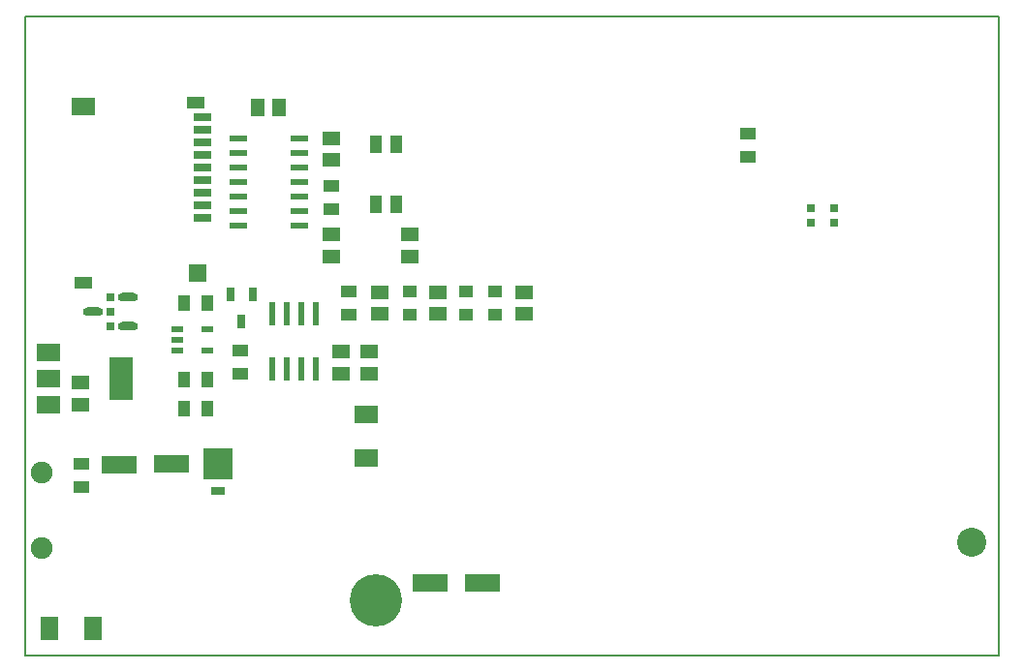
<source format=gtp>
G04 (created by PCBNEW (2013-03-15 BZR 4003)-stable) date 12-Jun-13 3:11:27 PM*
%MOIN*%
G04 Gerber Fmt 3.4, Leading zero omitted, Abs format*
%FSLAX34Y34*%
G01*
G70*
G90*
G04 APERTURE LIST*
%ADD10C,2.3622e-006*%
%ADD11C,0.005*%
%ADD12R,0.056X0.042*%
%ADD13R,0.05X0.04*%
%ADD14R,0.061X0.0197*%
%ADD15R,0.0394X0.0591*%
%ADD16R,0.042X0.056*%
%ADD17R,0.0512X0.059*%
%ADD18R,0.059X0.0512*%
%ADD19R,0.044X0.0236*%
%ADD20R,0.08X0.15*%
%ADD21R,0.08X0.06*%
%ADD22R,0.0315X0.0472*%
%ADD23R,0.024X0.08*%
%ADD24R,0.12X0.064*%
%ADD25C,0.075*%
%ADD26R,0.06X0.03*%
%ADD27R,0.06X0.04*%
%ADD28R,0.06X0.06*%
%ADD29R,0.03X0.03*%
%ADD30R,0.06X0.08*%
%ADD31R,0.1X0.105*%
%ADD32R,0.05X0.03*%
%ADD33O,0.07X0.03*%
%ADD34C,0.18*%
%ADD35C,0.1*%
G04 APERTURE END LIST*
G54D10*
G54D11*
X43500Y-32000D02*
X43500Y-10000D01*
X10000Y-10000D02*
X43500Y-10000D01*
X43500Y-32000D02*
X10000Y-32000D01*
X10000Y-32000D02*
X10000Y-10000D01*
G54D12*
X11925Y-26225D03*
X11925Y-25425D03*
X17400Y-21525D03*
X17400Y-22325D03*
G54D13*
X23225Y-19475D03*
X23225Y-20275D03*
X26175Y-20275D03*
X26175Y-19475D03*
X25175Y-20275D03*
X25175Y-19475D03*
G54D12*
X20550Y-16650D03*
X20550Y-15850D03*
G54D14*
X17325Y-14225D03*
X17325Y-14725D03*
X17325Y-15225D03*
X17325Y-15725D03*
X17325Y-16225D03*
X17325Y-16725D03*
X17325Y-17225D03*
X19425Y-17225D03*
X19425Y-16725D03*
X19425Y-16225D03*
X19425Y-15725D03*
X19425Y-15225D03*
X19425Y-14725D03*
X19425Y-14225D03*
G54D15*
X22075Y-14425D03*
X22075Y-16475D03*
X22775Y-16475D03*
X22775Y-14425D03*
G54D12*
X34875Y-14050D03*
X34875Y-14850D03*
G54D16*
X15475Y-23525D03*
X16275Y-23525D03*
X16275Y-19875D03*
X15475Y-19875D03*
X15475Y-22525D03*
X16275Y-22525D03*
G54D17*
X18750Y-13150D03*
X18000Y-13150D03*
G54D18*
X20550Y-14950D03*
X20550Y-14200D03*
X20550Y-18275D03*
X20550Y-17525D03*
X23225Y-18275D03*
X23225Y-17525D03*
X24200Y-19500D03*
X24200Y-20250D03*
X27175Y-19500D03*
X27175Y-20250D03*
X20875Y-21550D03*
X20875Y-22300D03*
X21850Y-22300D03*
X21850Y-21550D03*
X22200Y-19500D03*
X22200Y-20250D03*
G54D19*
X15225Y-20775D03*
X15225Y-21525D03*
X15225Y-21150D03*
X16275Y-21525D03*
X16275Y-20775D03*
G54D20*
X13300Y-22475D03*
G54D21*
X10800Y-22475D03*
X10800Y-23375D03*
X10800Y-21575D03*
G54D22*
X17825Y-19575D03*
X17450Y-20525D03*
X17075Y-19575D03*
G54D23*
X18500Y-20250D03*
X18500Y-22150D03*
X19000Y-20250D03*
X19500Y-20250D03*
X20000Y-20250D03*
X19000Y-22150D03*
X19500Y-22150D03*
X20000Y-22150D03*
G54D12*
X21150Y-19475D03*
X21150Y-20275D03*
G54D24*
X23925Y-29525D03*
X25725Y-29500D03*
X15025Y-25425D03*
X13225Y-25450D03*
G54D25*
X10575Y-28300D03*
X10575Y-25700D03*
G54D26*
X16100Y-15225D03*
X16100Y-14792D03*
X16100Y-14359D03*
X16100Y-13926D03*
X16100Y-13493D03*
X16100Y-15658D03*
X16100Y-16091D03*
X16100Y-16524D03*
X16100Y-16957D03*
G54D27*
X15864Y-12963D03*
G54D21*
X12016Y-13099D03*
G54D27*
X12016Y-19162D03*
G54D28*
X15946Y-18840D03*
G54D29*
X37825Y-17100D03*
X37825Y-16625D03*
X37025Y-17100D03*
X37025Y-16625D03*
G54D30*
X12325Y-31075D03*
X10825Y-31075D03*
G54D21*
X21725Y-23725D03*
X21725Y-25225D03*
G54D31*
X16650Y-25425D03*
G54D32*
X16650Y-26350D03*
G54D33*
X13550Y-19675D03*
X13550Y-20675D03*
X12350Y-20175D03*
G54D29*
X12950Y-20675D03*
X12950Y-20175D03*
X12950Y-19675D03*
G54D18*
X11900Y-23375D03*
X11900Y-22625D03*
G54D34*
X22075Y-30125D03*
G54D35*
X42575Y-28125D03*
M02*

</source>
